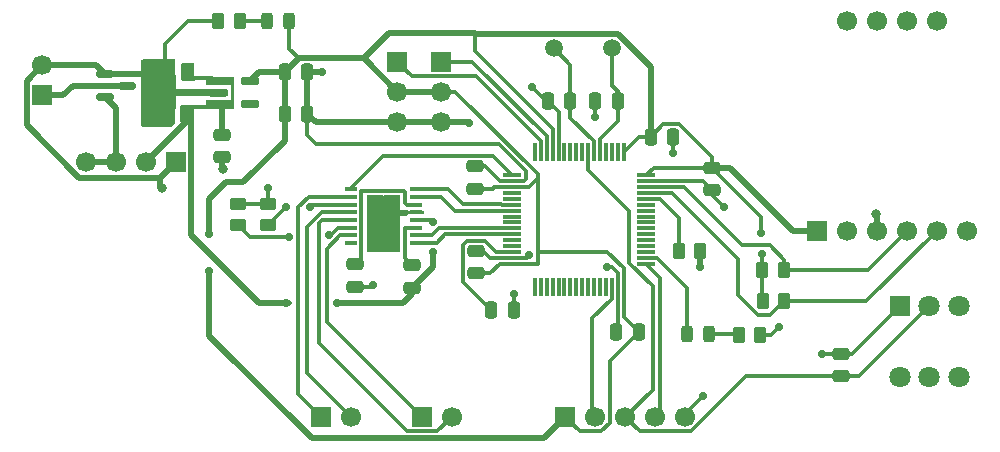
<source format=gbr>
%TF.GenerationSoftware,KiCad,Pcbnew,9.0.2*%
%TF.CreationDate,2025-07-28T19:38:59-05:00*%
%TF.ProjectId,balance_bot,62616c61-6e63-4655-9f62-6f742e6b6963,rev?*%
%TF.SameCoordinates,Original*%
%TF.FileFunction,Copper,L1,Top*%
%TF.FilePolarity,Positive*%
%FSLAX46Y46*%
G04 Gerber Fmt 4.6, Leading zero omitted, Abs format (unit mm)*
G04 Created by KiCad (PCBNEW 9.0.2) date 2025-07-28 19:38:59*
%MOMM*%
%LPD*%
G01*
G04 APERTURE LIST*
G04 Aperture macros list*
%AMRoundRect*
0 Rectangle with rounded corners*
0 $1 Rounding radius*
0 $2 $3 $4 $5 $6 $7 $8 $9 X,Y pos of 4 corners*
0 Add a 4 corners polygon primitive as box body*
4,1,4,$2,$3,$4,$5,$6,$7,$8,$9,$2,$3,0*
0 Add four circle primitives for the rounded corners*
1,1,$1+$1,$2,$3*
1,1,$1+$1,$4,$5*
1,1,$1+$1,$6,$7*
1,1,$1+$1,$8,$9*
0 Add four rect primitives between the rounded corners*
20,1,$1+$1,$2,$3,$4,$5,0*
20,1,$1+$1,$4,$5,$6,$7,0*
20,1,$1+$1,$6,$7,$8,$9,0*
20,1,$1+$1,$8,$9,$2,$3,0*%
G04 Aperture macros list end*
%TA.AperFunction,SMDPad,CuDef*%
%ADD10RoundRect,0.150000X-0.587500X-0.150000X0.587500X-0.150000X0.587500X0.150000X-0.587500X0.150000X0*%
%TD*%
%TA.AperFunction,SMDPad,CuDef*%
%ADD11RoundRect,0.250000X-0.475000X0.250000X-0.475000X-0.250000X0.475000X-0.250000X0.475000X0.250000X0*%
%TD*%
%TA.AperFunction,SMDPad,CuDef*%
%ADD12R,1.050000X0.450000*%
%TD*%
%TA.AperFunction,SMDPad,CuDef*%
%ADD13R,1.470000X0.895000*%
%TD*%
%TA.AperFunction,ComponentPad*%
%ADD14R,1.700000X1.700000*%
%TD*%
%TA.AperFunction,ComponentPad*%
%ADD15C,1.700000*%
%TD*%
%TA.AperFunction,SMDPad,CuDef*%
%ADD16RoundRect,0.250000X0.262500X0.450000X-0.262500X0.450000X-0.262500X-0.450000X0.262500X-0.450000X0*%
%TD*%
%TA.AperFunction,SMDPad,CuDef*%
%ADD17RoundRect,0.250000X0.475000X-0.250000X0.475000X0.250000X-0.475000X0.250000X-0.475000X-0.250000X0*%
%TD*%
%TA.AperFunction,SMDPad,CuDef*%
%ADD18RoundRect,0.250000X-0.250000X-0.475000X0.250000X-0.475000X0.250000X0.475000X-0.250000X0.475000X0*%
%TD*%
%TA.AperFunction,SMDPad,CuDef*%
%ADD19RoundRect,0.250000X0.250000X0.475000X-0.250000X0.475000X-0.250000X-0.475000X0.250000X-0.475000X0*%
%TD*%
%TA.AperFunction,SMDPad,CuDef*%
%ADD20RoundRect,0.250000X0.450000X-0.262500X0.450000X0.262500X-0.450000X0.262500X-0.450000X-0.262500X0*%
%TD*%
%TA.AperFunction,SMDPad,CuDef*%
%ADD21RoundRect,0.162500X-0.617500X-0.162500X0.617500X-0.162500X0.617500X0.162500X-0.617500X0.162500X0*%
%TD*%
%TA.AperFunction,SMDPad,CuDef*%
%ADD22RoundRect,0.250000X-0.262500X-0.450000X0.262500X-0.450000X0.262500X0.450000X-0.262500X0.450000X0*%
%TD*%
%TA.AperFunction,SMDPad,CuDef*%
%ADD23RoundRect,0.243750X-0.243750X-0.456250X0.243750X-0.456250X0.243750X0.456250X-0.243750X0.456250X0*%
%TD*%
%TA.AperFunction,ComponentPad*%
%ADD24R,1.800000X1.800000*%
%TD*%
%TA.AperFunction,ComponentPad*%
%ADD25C,1.800000*%
%TD*%
%TA.AperFunction,SMDPad,CuDef*%
%ADD26RoundRect,0.075000X-0.075000X0.700000X-0.075000X-0.700000X0.075000X-0.700000X0.075000X0.700000X0*%
%TD*%
%TA.AperFunction,SMDPad,CuDef*%
%ADD27RoundRect,0.075000X-0.700000X0.075000X-0.700000X-0.075000X0.700000X-0.075000X0.700000X0.075000X0*%
%TD*%
%TA.AperFunction,ComponentPad*%
%ADD28C,1.500000*%
%TD*%
%TA.AperFunction,SMDPad,CuDef*%
%ADD29RoundRect,0.243750X0.243750X0.456250X-0.243750X0.456250X-0.243750X-0.456250X0.243750X-0.456250X0*%
%TD*%
%TA.AperFunction,ViaPad*%
%ADD30C,0.800000*%
%TD*%
%TA.AperFunction,ViaPad*%
%ADD31C,0.700000*%
%TD*%
%TA.AperFunction,Conductor*%
%ADD32C,0.500000*%
%TD*%
%TA.AperFunction,Conductor*%
%ADD33C,0.300000*%
%TD*%
G04 APERTURE END LIST*
D10*
%TO.P,Q1,1,D*%
%TO.N,/V+*%
X109937500Y-88500000D03*
%TO.P,Q1,2,G*%
%TO.N,GND*%
X108062500Y-87550000D03*
%TO.P,Q1,3,S*%
%TO.N,/VIN*%
X108062500Y-89450000D03*
%TD*%
D11*
%TO.P,C16,1*%
%TO.N,+5V*%
X118033800Y-92674400D03*
%TO.P,C16,2*%
%TO.N,GND*%
X118033800Y-94574400D03*
%TD*%
D12*
%TO.P,U4,1,~{SLEEP}*%
%TO.N,/M_NSLEEP*%
X128890000Y-97280000D03*
%TO.P,U4,2,AOUT1*%
%TO.N,Net-(J6-Pin_1)*%
X128890000Y-97930000D03*
%TO.P,U4,3,AISEN*%
%TO.N,Net-(U4-AISEN)*%
X128890000Y-98580000D03*
%TO.P,U4,4,AOUT2*%
%TO.N,Net-(J6-Pin_2)*%
X128890000Y-99230000D03*
%TO.P,U4,5,BOUT2*%
%TO.N,Net-(J5-Pin_2)*%
X128890000Y-99880000D03*
%TO.P,U4,6,BISEN*%
%TO.N,Net-(U4-BISEN)*%
X128890000Y-100530000D03*
%TO.P,U4,7,BOUT1*%
%TO.N,Net-(J5-Pin_1)*%
X128890000Y-101180000D03*
%TO.P,U4,8,~{FAULT}*%
%TO.N,unconnected-(U4-~{FAULT}-Pad8)*%
X128890000Y-101830000D03*
%TO.P,U4,9,BIN1*%
%TO.N,/MR_CHB*%
X134440000Y-101830000D03*
%TO.P,U4,10,BIN2*%
%TO.N,/MR_CHA*%
X134440000Y-101180000D03*
%TO.P,U4,11,VCP*%
%TO.N,Net-(U4-VCP)*%
X134440000Y-100530000D03*
%TO.P,U4,12,VM*%
%TO.N,+5V*%
X134440000Y-99880000D03*
%TO.P,U4,13,GND*%
%TO.N,GND*%
X134440000Y-99230000D03*
%TO.P,U4,14,VINT*%
%TO.N,Net-(U4-VINT)*%
X134440000Y-98580000D03*
%TO.P,U4,15,AIN2*%
%TO.N,/ML_CHB*%
X134440000Y-97930000D03*
%TO.P,U4,16,AIN1*%
%TO.N,/ML_CHA*%
X134440000Y-97280000D03*
D13*
%TO.P,U4,17,GND*%
%TO.N,GND*%
X130930000Y-98212500D03*
X130930000Y-99107500D03*
X130930000Y-100002500D03*
X130930000Y-100897500D03*
X132400000Y-98212500D03*
X132400000Y-99107500D03*
X132400000Y-100002500D03*
X132400000Y-100897500D03*
%TD*%
D14*
%TO.P,J5,1,Pin_1*%
%TO.N,Net-(J5-Pin_1)*%
X134894000Y-116561000D03*
D15*
%TO.P,J5,2,Pin_2*%
%TO.N,Net-(J5-Pin_2)*%
X137434000Y-116561000D03*
%TD*%
D16*
%TO.P,R7,1*%
%TO.N,GND*%
X163576000Y-109601000D03*
%TO.P,R7,2*%
%TO.N,Net-(D2-K)*%
X161751000Y-109601000D03*
%TD*%
D17*
%TO.P,C1,1*%
%TO.N,/NRST*%
X170408600Y-113116400D03*
%TO.P,C1,2*%
%TO.N,GND*%
X170408600Y-111216400D03*
%TD*%
D18*
%TO.P,C13,1*%
%TO.N,+3.3V*%
X123322000Y-87376000D03*
%TO.P,C13,2*%
%TO.N,GND*%
X125222000Y-87376000D03*
%TD*%
D19*
%TO.P,C11,1*%
%TO.N,+5V*%
X115062000Y-87376000D03*
%TO.P,C11,2*%
%TO.N,GND*%
X113162000Y-87376000D03*
%TD*%
D20*
%TO.P,R5,1*%
%TO.N,Net-(U4-BISEN)*%
X119380000Y-100330000D03*
%TO.P,R5,2*%
%TO.N,GND*%
X119380000Y-98505000D03*
%TD*%
D21*
%TO.P,U6,1,VIN*%
%TO.N,+5V*%
X117696000Y-88138000D03*
%TO.P,U6,2,GND*%
%TO.N,GND*%
X117696000Y-89088000D03*
%TO.P,U6,3,EN*%
%TO.N,+5V*%
X117696000Y-90038000D03*
%TO.P,U6,4,NC*%
%TO.N,unconnected-(U6-NC-Pad4)*%
X120396000Y-90038000D03*
%TO.P,U6,5,VOUT*%
%TO.N,+3.3V*%
X120396000Y-88138000D03*
%TD*%
D22*
%TO.P,R3,1*%
%TO.N,+3.3V*%
X163757600Y-104089200D03*
%TO.P,R3,2*%
%TO.N,/I2C1_SDA*%
X165582600Y-104089200D03*
%TD*%
%TO.P,R2,1*%
%TO.N,+3.3V*%
X163781100Y-106756200D03*
%TO.P,R2,2*%
%TO.N,/I2C1_SCL*%
X165606100Y-106756200D03*
%TD*%
D11*
%TO.P,C4,1*%
%TO.N,+3.3V*%
X159500000Y-95440000D03*
%TO.P,C4,2*%
%TO.N,GND*%
X159500000Y-97340000D03*
%TD*%
D23*
%TO.P,D1,1,K*%
%TO.N,Net-(D1-K)*%
X121823000Y-83058000D03*
%TO.P,D1,2,A*%
%TO.N,+3.3V*%
X123698000Y-83058000D03*
%TD*%
D14*
%TO.P,J4,1,Pin_1*%
%TO.N,/V+*%
X102768400Y-89336800D03*
D15*
%TO.P,J4,2,Pin_2*%
%TO.N,GND*%
X102768400Y-86796800D03*
%TD*%
D19*
%TO.P,C9,1*%
%TO.N,/HSE_OUT*%
X147500000Y-89840000D03*
%TO.P,C9,2*%
%TO.N,GND*%
X145600000Y-89840000D03*
%TD*%
%TO.P,C8,1*%
%TO.N,/HSE_IN*%
X151500000Y-89840000D03*
%TO.P,C8,2*%
%TO.N,GND*%
X149600000Y-89840000D03*
%TD*%
%TO.P,C5,1*%
%TO.N,+3.3V*%
X153263600Y-109397800D03*
%TO.P,C5,2*%
%TO.N,GND*%
X151363600Y-109397800D03*
%TD*%
D20*
%TO.P,R1,1*%
%TO.N,Net-(U4-AISEN)*%
X121920000Y-100330000D03*
%TO.P,R1,2*%
%TO.N,GND*%
X121920000Y-98505000D03*
%TD*%
D14*
%TO.P,J2,1,Pin_1*%
%TO.N,/ENCODER_A*%
X136500000Y-86500000D03*
D15*
%TO.P,J2,2,Pin_2*%
%TO.N,+3.3V*%
X136500000Y-89040000D03*
%TO.P,J2,3,Pin_3*%
%TO.N,GND*%
X136500000Y-91580000D03*
%TD*%
D14*
%TO.P,J6,1,Pin_1*%
%TO.N,Net-(J6-Pin_1)*%
X126394000Y-116561000D03*
D15*
%TO.P,J6,2,Pin_2*%
%TO.N,Net-(J6-Pin_2)*%
X128934000Y-116561000D03*
%TD*%
D24*
%TO.P,SW1,1,1*%
%TO.N,GND*%
X175390800Y-107188000D03*
D25*
%TO.P,SW1,2,2*%
%TO.N,/NRST*%
X177890800Y-107188000D03*
%TO.P,SW1,3*%
%TO.N,N/C*%
X180390800Y-107188000D03*
%TO.P,SW1,4*%
X175390800Y-113188000D03*
%TO.P,SW1,5*%
X177890800Y-113188000D03*
%TO.P,SW1,6*%
X180390800Y-113188000D03*
%TD*%
D11*
%TO.P,C14,1*%
%TO.N,Net-(U4-VINT)*%
X129286000Y-103632000D03*
%TO.P,C14,2*%
%TO.N,GND*%
X129286000Y-105532000D03*
%TD*%
D18*
%TO.P,C12,1*%
%TO.N,+3.3V*%
X123322000Y-90876000D03*
%TO.P,C12,2*%
%TO.N,GND*%
X125222000Y-90876000D03*
%TD*%
D14*
%TO.P,J1,1,Pin_1*%
%TO.N,/ENCODER_B*%
X132842000Y-86500000D03*
D15*
%TO.P,J1,2,Pin_2*%
%TO.N,+3.3V*%
X132842000Y-89040000D03*
%TO.P,J1,3,Pin_3*%
%TO.N,GND*%
X132842000Y-91580000D03*
%TD*%
D18*
%TO.P,C2,1*%
%TO.N,Net-(U1-VCAP1)*%
X140790000Y-107500000D03*
%TO.P,C2,2*%
%TO.N,GND*%
X142690000Y-107500000D03*
%TD*%
D14*
%TO.P,U5,1,VIN*%
%TO.N,+3.3V*%
X168340000Y-100780000D03*
D15*
%TO.P,U5,2,3VO*%
%TO.N,unconnected-(U5-3VO-Pad2)*%
X170880000Y-100780000D03*
%TO.P,U5,3,GND*%
%TO.N,GND*%
X173420000Y-100780000D03*
%TO.P,U5,4,SDA*%
%TO.N,/I2C1_SDA*%
X175960000Y-100780000D03*
%TO.P,U5,5,SCL*%
%TO.N,/I2C1_SCL*%
X178500000Y-100780000D03*
%TO.P,U5,6,RST*%
%TO.N,unconnected-(U5-RST-Pad6)*%
X181040000Y-100780000D03*
%TO.P,U5,7,INT*%
%TO.N,unconnected-(U5-INT-Pad7)*%
X178500000Y-83000000D03*
%TO.P,U5,8,ADDR*%
%TO.N,unconnected-(U5-ADDR-Pad8)*%
X175960000Y-83000000D03*
%TO.P,U5,9,PS1*%
%TO.N,unconnected-(U5-PS1-Pad9)*%
X173420000Y-83000000D03*
%TO.P,U5,10,PS0*%
%TO.N,unconnected-(U5-PS0-Pad10)*%
X170880000Y-83000000D03*
%TD*%
D18*
%TO.P,C3,1*%
%TO.N,+3.3V*%
X154290000Y-92840000D03*
%TO.P,C3,2*%
%TO.N,GND*%
X156190000Y-92840000D03*
%TD*%
D16*
%TO.P,R6,1*%
%TO.N,Net-(D1-K)*%
X119483500Y-83002000D03*
%TO.P,R6,2*%
%TO.N,GND*%
X117658500Y-83002000D03*
%TD*%
D26*
%TO.P,U1,1,VBAT*%
%TO.N,+3.3V*%
X151990000Y-94165000D03*
%TO.P,U1,2,PC13*%
%TO.N,unconnected-(U1-PC13-Pad2)*%
X151490000Y-94165000D03*
%TO.P,U1,3,PC14*%
%TO.N,unconnected-(U1-PC14-Pad3)*%
X150990000Y-94165000D03*
%TO.P,U1,4,PC15*%
%TO.N,unconnected-(U1-PC15-Pad4)*%
X150490000Y-94165000D03*
%TO.P,U1,5,PH0*%
%TO.N,/HSE_IN*%
X149990000Y-94165000D03*
%TO.P,U1,6,PH1*%
%TO.N,/HSE_OUT*%
X149490000Y-94165000D03*
%TO.P,U1,7,NRST*%
%TO.N,/NRST*%
X148990000Y-94165000D03*
%TO.P,U1,8,PC0*%
%TO.N,unconnected-(U1-PC0-Pad8)*%
X148490000Y-94165000D03*
%TO.P,U1,9,PC1*%
%TO.N,unconnected-(U1-PC1-Pad9)*%
X147990000Y-94165000D03*
%TO.P,U1,10,PC2*%
%TO.N,unconnected-(U1-PC2-Pad10)*%
X147490000Y-94165000D03*
%TO.P,U1,11,PC3*%
%TO.N,unconnected-(U1-PC3-Pad11)*%
X146990000Y-94165000D03*
%TO.P,U1,12,VSSA*%
%TO.N,GND*%
X146490000Y-94165000D03*
%TO.P,U1,13,VREF+*%
%TO.N,+3.3V*%
X145990000Y-94165000D03*
%TO.P,U1,14,PA0*%
%TO.N,/ENCODER_A*%
X145490000Y-94165000D03*
%TO.P,U1,15,PA1*%
%TO.N,/ENCODER_B*%
X144990000Y-94165000D03*
%TO.P,U1,16,PA2*%
%TO.N,unconnected-(U1-PA2-Pad16)*%
X144490000Y-94165000D03*
D27*
%TO.P,U1,17,PA3*%
%TO.N,/M_NSLEEP*%
X142565000Y-96090000D03*
%TO.P,U1,18,VSS*%
%TO.N,GND*%
X142565000Y-96590000D03*
%TO.P,U1,19,VDD*%
%TO.N,+3.3V*%
X142565000Y-97090000D03*
%TO.P,U1,20,PA4*%
%TO.N,unconnected-(U1-PA4-Pad20)*%
X142565000Y-97590000D03*
%TO.P,U1,21,PA5*%
%TO.N,unconnected-(U1-PA5-Pad21)*%
X142565000Y-98090000D03*
%TO.P,U1,22,PA6*%
%TO.N,/ML_CHA*%
X142565000Y-98590000D03*
%TO.P,U1,23,PA7*%
%TO.N,/ML_CHB*%
X142565000Y-99090000D03*
%TO.P,U1,24,PC4*%
%TO.N,unconnected-(U1-PC4-Pad24)*%
X142565000Y-99590000D03*
%TO.P,U1,25,PC5*%
%TO.N,unconnected-(U1-PC5-Pad25)*%
X142565000Y-100090000D03*
%TO.P,U1,26,PB0*%
%TO.N,/MR_CHA*%
X142565000Y-100590000D03*
%TO.P,U1,27,PB1*%
%TO.N,/MR_CHB*%
X142565000Y-101090000D03*
%TO.P,U1,28,PB2*%
%TO.N,unconnected-(U1-PB2-Pad28)*%
X142565000Y-101590000D03*
%TO.P,U1,29,PB10*%
%TO.N,unconnected-(U1-PB10-Pad29)*%
X142565000Y-102090000D03*
%TO.P,U1,30,VCAP1*%
%TO.N,Net-(U1-VCAP1)*%
X142565000Y-102590000D03*
%TO.P,U1,31,VSS*%
%TO.N,GND*%
X142565000Y-103090000D03*
%TO.P,U1,32,VDD*%
%TO.N,+3.3V*%
X142565000Y-103590000D03*
D26*
%TO.P,U1,33,PB12*%
%TO.N,unconnected-(U1-PB12-Pad33)*%
X144490000Y-105515000D03*
%TO.P,U1,34,PB13*%
%TO.N,unconnected-(U1-PB13-Pad34)*%
X144990000Y-105515000D03*
%TO.P,U1,35,PB14*%
%TO.N,unconnected-(U1-PB14-Pad35)*%
X145490000Y-105515000D03*
%TO.P,U1,36,PB15*%
%TO.N,unconnected-(U1-PB15-Pad36)*%
X145990000Y-105515000D03*
%TO.P,U1,37,PC6*%
%TO.N,unconnected-(U1-PC6-Pad37)*%
X146490000Y-105515000D03*
%TO.P,U1,38,PC7*%
%TO.N,unconnected-(U1-PC7-Pad38)*%
X146990000Y-105515000D03*
%TO.P,U1,39,PC8*%
%TO.N,unconnected-(U1-PC8-Pad39)*%
X147490000Y-105515000D03*
%TO.P,U1,40,PC9*%
%TO.N,unconnected-(U1-PC9-Pad40)*%
X147990000Y-105515000D03*
%TO.P,U1,41,PA8*%
%TO.N,unconnected-(U1-PA8-Pad41)*%
X148490000Y-105515000D03*
%TO.P,U1,42,PA9*%
%TO.N,unconnected-(U1-PA9-Pad42)*%
X148990000Y-105515000D03*
%TO.P,U1,43,PA10*%
%TO.N,unconnected-(U1-PA10-Pad43)*%
X149490000Y-105515000D03*
%TO.P,U1,44,PA11*%
%TO.N,unconnected-(U1-PA11-Pad44)*%
X149990000Y-105515000D03*
%TO.P,U1,45,PA12*%
%TO.N,unconnected-(U1-PA12-Pad45)*%
X150490000Y-105515000D03*
%TO.P,U1,46,PA13*%
%TO.N,/SWDIO*%
X150990000Y-105515000D03*
%TO.P,U1,47,VSS*%
%TO.N,GND*%
X151490000Y-105515000D03*
%TO.P,U1,48,VDD*%
%TO.N,+3.3V*%
X151990000Y-105515000D03*
D27*
%TO.P,U1,49,PA14*%
%TO.N,/SWCLK*%
X153915000Y-103590000D03*
%TO.P,U1,50,PA15*%
%TO.N,Net-(D2-A)*%
X153915000Y-103090000D03*
%TO.P,U1,51,PC10*%
%TO.N,unconnected-(U1-PC10-Pad51)*%
X153915000Y-102590000D03*
%TO.P,U1,52,PC11*%
%TO.N,unconnected-(U1-PC11-Pad52)*%
X153915000Y-102090000D03*
%TO.P,U1,53,PC12*%
%TO.N,unconnected-(U1-PC12-Pad53)*%
X153915000Y-101590000D03*
%TO.P,U1,54,PD2*%
%TO.N,unconnected-(U1-PD2-Pad54)*%
X153915000Y-101090000D03*
%TO.P,U1,55,PB3*%
%TO.N,unconnected-(U1-PB3-Pad55)*%
X153915000Y-100590000D03*
%TO.P,U1,56,PB4*%
%TO.N,unconnected-(U1-PB4-Pad56)*%
X153915000Y-100090000D03*
%TO.P,U1,57,PB5*%
%TO.N,unconnected-(U1-PB5-Pad57)*%
X153915000Y-99590000D03*
%TO.P,U1,58,PB6*%
%TO.N,unconnected-(U1-PB6-Pad58)*%
X153915000Y-99090000D03*
%TO.P,U1,59,PB7*%
%TO.N,unconnected-(U1-PB7-Pad59)*%
X153915000Y-98590000D03*
%TO.P,U1,60,BOOT0*%
%TO.N,/BOOT*%
X153915000Y-98090000D03*
%TO.P,U1,61,PB8*%
%TO.N,/I2C1_SCL*%
X153915000Y-97590000D03*
%TO.P,U1,62,PB9*%
%TO.N,/I2C1_SDA*%
X153915000Y-97090000D03*
%TO.P,U1,63,VSS*%
%TO.N,GND*%
X153915000Y-96590000D03*
%TO.P,U1,64,VDD*%
%TO.N,+3.3V*%
X153915000Y-96090000D03*
%TD*%
D14*
%TO.P,U2,1,GND*%
%TO.N,GND*%
X114080000Y-95000000D03*
D15*
%TO.P,U2,2,5V*%
%TO.N,+5V*%
X111540000Y-95000000D03*
%TO.P,U2,3,VIN*%
%TO.N,/VIN*%
X109000000Y-95000000D03*
%TO.P,U2,4,EN*%
X106460000Y-95000000D03*
%TD*%
D28*
%TO.P,Y1,1,1*%
%TO.N,/HSE_IN*%
X151000000Y-85340000D03*
%TO.P,Y1,2,2*%
%TO.N,/HSE_OUT*%
X146120000Y-85340000D03*
%TD*%
D14*
%TO.P,J3,1,Pin_1*%
%TO.N,+3.3V*%
X147066000Y-116586000D03*
D15*
%TO.P,J3,2,Pin_2*%
%TO.N,/SWDIO*%
X149606000Y-116586000D03*
%TO.P,J3,3,Pin_3*%
%TO.N,/NRST*%
X152146000Y-116586000D03*
%TO.P,J3,4,Pin_4*%
%TO.N,/SWCLK*%
X154686000Y-116586000D03*
%TO.P,J3,5,Pin_5*%
%TO.N,GND*%
X157226000Y-116586000D03*
%TD*%
D22*
%TO.P,R4,1*%
%TO.N,/BOOT*%
X156675000Y-102500000D03*
%TO.P,R4,2*%
%TO.N,GND*%
X158500000Y-102500000D03*
%TD*%
D19*
%TO.P,C10,1*%
%TO.N,+5V*%
X115012000Y-90876000D03*
%TO.P,C10,2*%
%TO.N,GND*%
X113112000Y-90876000D03*
%TD*%
D17*
%TO.P,C7,1*%
%TO.N,+3.3V*%
X139446000Y-97216000D03*
%TO.P,C7,2*%
%TO.N,GND*%
X139446000Y-95316000D03*
%TD*%
%TO.P,C6,1*%
%TO.N,+3.3V*%
X139500000Y-104400000D03*
%TO.P,C6,2*%
%TO.N,GND*%
X139500000Y-102500000D03*
%TD*%
%TO.P,C15,1*%
%TO.N,+5V*%
X134112000Y-105598000D03*
%TO.P,C15,2*%
%TO.N,Net-(U4-VCP)*%
X134112000Y-103698000D03*
%TD*%
D29*
%TO.P,D2,1,K*%
%TO.N,Net-(D2-K)*%
X159207200Y-109575600D03*
%TO.P,D2,2,A*%
%TO.N,Net-(D2-A)*%
X157332200Y-109575600D03*
%TD*%
D30*
%TO.N,GND*%
X173380400Y-99415600D03*
X112877600Y-97205800D03*
X118059200Y-95580200D03*
D31*
X132334000Y-102108000D03*
X142748000Y-106172000D03*
X121920000Y-97131500D03*
X130810000Y-105410000D03*
X168808400Y-111226600D03*
X150622000Y-103886000D03*
X144272000Y-88646000D03*
X111810800Y-89763600D03*
X130810000Y-102108000D03*
X138938000Y-91694000D03*
X144018000Y-102870000D03*
X111810800Y-86918800D03*
X158750000Y-114808000D03*
X156210000Y-94234000D03*
X158496000Y-103886000D03*
X165176200Y-108915200D03*
X111810800Y-88519000D03*
X126492000Y-87376000D03*
X160528000Y-98806000D03*
X149606000Y-91186000D03*
X111810800Y-91008200D03*
%TO.N,+3.3V*%
X116916200Y-104216200D03*
X116916200Y-101092000D03*
X163677600Y-102731800D03*
X163652200Y-100965000D03*
%TO.N,+5V*%
X127762000Y-106934000D03*
X135890000Y-100076000D03*
X135890000Y-102616000D03*
X123444000Y-106934000D03*
%TO.N,Net-(U4-AISEN)*%
X123444000Y-98806000D03*
X125476000Y-98806000D03*
%TO.N,Net-(U4-BISEN)*%
X123698000Y-101346000D03*
X127047275Y-101139275D03*
%TD*%
D32*
%TO.N,+5V*%
X118033800Y-90375800D02*
X117696000Y-90038000D01*
X118033800Y-92674400D02*
X118033800Y-90375800D01*
%TO.N,GND*%
X173420000Y-99455200D02*
X173380400Y-99415600D01*
X173420000Y-100780000D02*
X173420000Y-99455200D01*
X112779000Y-97107200D02*
X112877600Y-97205800D01*
X112779000Y-96301000D02*
X112779000Y-97107200D01*
X118033800Y-95554800D02*
X118059200Y-95580200D01*
X118033800Y-94574400D02*
X118033800Y-95554800D01*
%TO.N,+3.3V*%
X123322000Y-93187600D02*
X123322000Y-90876000D01*
X118308475Y-96697800D02*
X119811800Y-96697800D01*
X116916200Y-98090075D02*
X118308475Y-96697800D01*
X119811800Y-96697800D02*
X123322000Y-93187600D01*
X116916200Y-101092000D02*
X116916200Y-98090075D01*
D33*
X163652200Y-99592200D02*
X159500000Y-95440000D01*
X163652200Y-100965000D02*
X163652200Y-99592200D01*
D32*
X160997400Y-95440000D02*
X159500000Y-95440000D01*
X166337400Y-100780000D02*
X160997400Y-95440000D01*
X168340000Y-100780000D02*
X166337400Y-100780000D01*
D33*
%TO.N,/NRST*%
X171962400Y-113116400D02*
X170408600Y-113116400D01*
X162394071Y-113116400D02*
X170408600Y-113116400D01*
X148990000Y-95650000D02*
X148990000Y-94165000D01*
X152146000Y-116586000D02*
X154457400Y-114274600D01*
X157723471Y-117787000D02*
X162394071Y-113116400D01*
X154457400Y-105511934D02*
X152491000Y-103545534D01*
X154457400Y-114274600D02*
X154457400Y-105511934D01*
X152146000Y-116586000D02*
X153347000Y-117787000D01*
X153347000Y-117787000D02*
X157723471Y-117787000D01*
X152491000Y-99151000D02*
X148990000Y-95650000D01*
X177890800Y-107188000D02*
X171962400Y-113116400D01*
X152491000Y-103545534D02*
X152491000Y-99151000D01*
%TO.N,GND*%
X143764000Y-95758000D02*
X141478000Y-93472000D01*
X157226000Y-116332000D02*
X158750000Y-114808000D01*
D32*
X125926000Y-91580000D02*
X125222000Y-90876000D01*
D33*
X145466000Y-89840000D02*
X145600000Y-89840000D01*
X143798000Y-103090000D02*
X144018000Y-102870000D01*
D32*
X101467400Y-91847292D02*
X105921108Y-96301000D01*
D33*
X142690000Y-107500000D02*
X142690000Y-106230000D01*
X146490000Y-90730000D02*
X145600000Y-89840000D01*
D32*
X158500000Y-102500000D02*
X158500000Y-103882000D01*
D33*
X142565000Y-103090000D02*
X143798000Y-103090000D01*
X141548000Y-96590000D02*
X140274000Y-95316000D01*
D32*
X102768400Y-86796800D02*
X101467400Y-88097800D01*
D33*
X144272000Y-88646000D02*
X145466000Y-89840000D01*
X163576000Y-109601000D02*
X164490400Y-109601000D01*
X157226000Y-116586000D02*
X157226000Y-116332000D01*
X151490000Y-109271400D02*
X151363600Y-109397800D01*
X146490000Y-94165000D02*
X146490000Y-90730000D01*
D32*
X101467400Y-88097800D02*
X101467400Y-91847292D01*
D33*
X156190000Y-94214000D02*
X156210000Y-94234000D01*
D32*
X108062500Y-87550000D02*
X111810800Y-87550000D01*
D33*
X153915000Y-96590000D02*
X158750000Y-96590000D01*
D32*
X102768400Y-86796800D02*
X107309300Y-86796800D01*
D33*
X140092000Y-102500000D02*
X139500000Y-102500000D01*
X142565000Y-103090000D02*
X140750000Y-103090000D01*
X125984000Y-93472000D02*
X125222000Y-92710000D01*
D32*
X130864000Y-102054000D02*
X130810000Y-102108000D01*
X125222000Y-87376000D02*
X126492000Y-87376000D01*
D33*
X151490000Y-104390000D02*
X151490000Y-105515000D01*
X129286000Y-105532000D02*
X130688000Y-105532000D01*
D32*
X112988000Y-87550000D02*
X113162000Y-87376000D01*
D33*
X149600000Y-89840000D02*
X149600000Y-91180000D01*
X121920000Y-98505000D02*
X121920000Y-97131500D01*
X175390800Y-107188000D02*
X171362400Y-111216400D01*
D32*
X107309300Y-86796800D02*
X108062500Y-87550000D01*
D33*
X156190000Y-92840000D02*
X156190000Y-94214000D01*
X149600000Y-91180000D02*
X149606000Y-91186000D01*
X140716000Y-103124000D02*
X140092000Y-102500000D01*
X158750000Y-96590000D02*
X159500000Y-97340000D01*
X164490400Y-109601000D02*
X165176200Y-108915200D01*
D32*
X105921108Y-96301000D02*
X112779000Y-96301000D01*
X136500000Y-91580000D02*
X138824000Y-91580000D01*
D33*
X113162000Y-84958000D02*
X113162000Y-87376000D01*
X171362400Y-111216400D02*
X170408600Y-111216400D01*
X143764000Y-96411956D02*
X143764000Y-95758000D01*
X115118000Y-83002000D02*
X113162000Y-84958000D01*
X142565000Y-96590000D02*
X141548000Y-96590000D01*
X117658500Y-83002000D02*
X115118000Y-83002000D01*
X141478000Y-93472000D02*
X125984000Y-93472000D01*
D32*
X158500000Y-103882000D02*
X158496000Y-103886000D01*
D33*
X142690000Y-106230000D02*
X142748000Y-106172000D01*
X125222000Y-92710000D02*
X125222000Y-90876000D01*
D32*
X136500000Y-91580000D02*
X132842000Y-91580000D01*
D33*
X130688000Y-105532000D02*
X130810000Y-105410000D01*
D32*
X111810800Y-87550000D02*
X112988000Y-87550000D01*
D33*
X143585956Y-96590000D02*
X143764000Y-96411956D01*
X170408600Y-111216400D02*
X168818600Y-111216400D01*
X150622000Y-103886000D02*
X150986000Y-103886000D01*
X140750000Y-103090000D02*
X140716000Y-103124000D01*
X150986000Y-103886000D02*
X151490000Y-104390000D01*
D32*
X112779000Y-96301000D02*
X114080000Y-95000000D01*
D33*
X142565000Y-96590000D02*
X143585956Y-96590000D01*
X151490000Y-105515000D02*
X151490000Y-109271400D01*
X159500000Y-97340000D02*
X159500000Y-97778000D01*
D32*
X125222000Y-87376000D02*
X125222000Y-90876000D01*
D33*
X159500000Y-97778000D02*
X160528000Y-98806000D01*
X119380000Y-98505000D02*
X121920000Y-98505000D01*
D32*
X132842000Y-91580000D02*
X125926000Y-91580000D01*
X138824000Y-91580000D02*
X138938000Y-91694000D01*
D33*
X140274000Y-95316000D02*
X139446000Y-95316000D01*
X168818600Y-111216400D02*
X168808400Y-111226600D01*
%TO.N,Net-(U1-VCAP1)*%
X138769130Y-101649000D02*
X140284000Y-101649000D01*
X141225000Y-102590000D02*
X142565000Y-102590000D01*
X140790000Y-107500000D02*
X138424000Y-105134000D01*
X138424000Y-105134000D02*
X138424000Y-101994130D01*
X140284000Y-101649000D02*
X141225000Y-102590000D01*
X138424000Y-101994130D02*
X138769130Y-101649000D01*
%TO.N,+3.3V*%
X163677600Y-102731800D02*
X163677600Y-103062000D01*
X148267000Y-117787000D02*
X150103471Y-117787000D01*
X144741733Y-96027213D02*
X137754520Y-89040000D01*
D32*
X130002000Y-86200000D02*
X132128000Y-84074000D01*
D33*
X145990000Y-94165000D02*
X145990000Y-92142000D01*
X156695870Y-91764000D02*
X155366000Y-91764000D01*
X141520000Y-103590000D02*
X142565000Y-103590000D01*
D32*
X124498000Y-86200000D02*
X130002000Y-86200000D01*
X116916200Y-104216200D02*
X116916200Y-109685200D01*
D33*
X140710000Y-104400000D02*
X141520000Y-103590000D01*
X150103471Y-117787000D02*
X150807000Y-117083471D01*
D32*
X121158000Y-87376000D02*
X120396000Y-88138000D01*
D33*
X154290000Y-92840000D02*
X153315000Y-92840000D01*
X137754520Y-89040000D02*
X136500000Y-89040000D01*
X123698000Y-85400000D02*
X124498000Y-86200000D01*
X147066000Y-116586000D02*
X148267000Y-117787000D01*
X140906000Y-97216000D02*
X139446000Y-97216000D01*
D32*
X151497471Y-84139000D02*
X154290000Y-86931529D01*
D33*
X153315000Y-92840000D02*
X151990000Y-94165000D01*
D32*
X139381000Y-84074000D02*
X139446000Y-84139000D01*
D33*
X120650000Y-87884000D02*
X120396000Y-88138000D01*
X144780000Y-96065480D02*
X144741733Y-96027213D01*
D32*
X130002000Y-86200000D02*
X132842000Y-89040000D01*
D33*
X144741733Y-96304267D02*
X143956000Y-97090000D01*
D32*
X116916200Y-109685200D02*
X125594000Y-118363000D01*
X145289000Y-118363000D02*
X147066000Y-116586000D01*
D33*
X142565000Y-97090000D02*
X143956000Y-97090000D01*
X159500000Y-95440000D02*
X159500000Y-94568130D01*
X139446000Y-85598000D02*
X139446000Y-84139000D01*
X150622000Y-102616000D02*
X144780000Y-102616000D01*
D32*
X123322000Y-87376000D02*
X121158000Y-87376000D01*
D33*
X163757600Y-106732700D02*
X163781100Y-106756200D01*
X151990000Y-108124200D02*
X153263600Y-109397800D01*
X144780000Y-103590000D02*
X144780000Y-102616000D01*
D32*
X139446000Y-84139000D02*
X151497471Y-84139000D01*
X123322000Y-87376000D02*
X124498000Y-86200000D01*
X154290000Y-86931529D02*
X154290000Y-92840000D01*
D33*
X163757600Y-103142000D02*
X163757600Y-104089200D01*
X151990000Y-105515000D02*
X151990000Y-103984000D01*
X159500000Y-94568130D02*
X156695870Y-91764000D01*
X150807000Y-117083471D02*
X150807000Y-111854400D01*
X142565000Y-103590000D02*
X144780000Y-103590000D01*
X144741733Y-96304267D02*
X144741733Y-96027213D01*
X142565000Y-97090000D02*
X141032000Y-97090000D01*
D32*
X123322000Y-90876000D02*
X123322000Y-87376000D01*
D33*
X144780000Y-102616000D02*
X144780000Y-96065480D01*
X163677600Y-103062000D02*
X163757600Y-103142000D01*
D32*
X125594000Y-118363000D02*
X145289000Y-118363000D01*
D33*
X154565000Y-95440000D02*
X153915000Y-96090000D01*
X151990000Y-103984000D02*
X150622000Y-102616000D01*
D32*
X132842000Y-89040000D02*
X136500000Y-89040000D01*
X132128000Y-84074000D02*
X139381000Y-84074000D01*
D33*
X155366000Y-91764000D02*
X154290000Y-92840000D01*
X145990000Y-92142000D02*
X139446000Y-85598000D01*
X159500000Y-95440000D02*
X154565000Y-95440000D01*
X163757600Y-104089200D02*
X163757600Y-106732700D01*
X150807000Y-111854400D02*
X153263600Y-109397800D01*
X151990000Y-105515000D02*
X151990000Y-108124200D01*
X141032000Y-97090000D02*
X140906000Y-97216000D01*
X139500000Y-104400000D02*
X140710000Y-104400000D01*
X123698000Y-83058000D02*
X123698000Y-85400000D01*
%TO.N,/HSE_IN*%
X151000000Y-88500000D02*
X151000000Y-85340000D01*
X149990000Y-94165000D02*
X149990000Y-93010000D01*
X151500000Y-89840000D02*
X151500000Y-89000000D01*
X151500000Y-91500000D02*
X151500000Y-89840000D01*
X149990000Y-93010000D02*
X151500000Y-91500000D01*
X151500000Y-89000000D02*
X151000000Y-88500000D01*
%TO.N,/HSE_OUT*%
X147500000Y-91228520D02*
X147500000Y-89840000D01*
X149490000Y-94165000D02*
X149490000Y-93218520D01*
X147500000Y-89840000D02*
X147500000Y-86720000D01*
X147500000Y-86720000D02*
X146120000Y-85340000D01*
X149490000Y-93218520D02*
X147500000Y-91228520D01*
D32*
%TO.N,+5V*%
X135890000Y-103820000D02*
X134112000Y-105598000D01*
X133350000Y-106934000D02*
X127762000Y-106934000D01*
%TO.N,+3.3V*%
X168249600Y-100870400D02*
X168340000Y-100780000D01*
%TO.N,+5V*%
X123444000Y-106934000D02*
X123698000Y-106934000D01*
X134112000Y-105852000D02*
X134259136Y-105852000D01*
X115381000Y-101157000D02*
X115381000Y-91245000D01*
X123444000Y-106934000D02*
X121158000Y-106934000D01*
D33*
X135691500Y-99877500D02*
X135890000Y-100076000D01*
D32*
X115012000Y-91528000D02*
X115012000Y-90876000D01*
X135890000Y-102616000D02*
X135890000Y-103820000D01*
X134112000Y-105852000D02*
X134340000Y-105852000D01*
X115062000Y-90826000D02*
X115012000Y-90876000D01*
D33*
X134374000Y-99877500D02*
X135691500Y-99877500D01*
D32*
X121158000Y-106934000D02*
X115381000Y-101157000D01*
X134112000Y-105598000D02*
X134112000Y-106172000D01*
X115381000Y-91245000D02*
X115012000Y-90876000D01*
X111540000Y-95000000D02*
X115012000Y-91528000D01*
X134112000Y-106172000D02*
X133350000Y-106934000D01*
D33*
%TO.N,Net-(U4-VINT)*%
X133638000Y-98580000D02*
X134440000Y-98580000D01*
X133420000Y-97411500D02*
X133498000Y-97489500D01*
X129778000Y-103140000D02*
X129778000Y-97411500D01*
X133498000Y-97489500D02*
X133498000Y-98440000D01*
X129286000Y-103632000D02*
X129778000Y-103140000D01*
X133498000Y-98440000D02*
X133638000Y-98580000D01*
X134300000Y-98651500D02*
X134374000Y-98577500D01*
X129778000Y-97411500D02*
X133420000Y-97411500D01*
%TO.N,Net-(U4-VCP)*%
X133498000Y-100578500D02*
X133498000Y-103084000D01*
X134374000Y-100527500D02*
X133549000Y-100527500D01*
X133498000Y-103084000D02*
X134112000Y-103698000D01*
X133549000Y-100527500D02*
X133498000Y-100578500D01*
%TO.N,Net-(D1-K)*%
X119483500Y-83002000D02*
X121767000Y-83002000D01*
X121767000Y-83002000D02*
X121823000Y-83058000D01*
%TO.N,/ENCODER_A*%
X145490000Y-92801479D02*
X139188521Y-86500000D01*
X145490000Y-94165000D02*
X145490000Y-92801479D01*
X136500000Y-86500000D02*
X139188521Y-86500000D01*
%TO.N,/ENCODER_B*%
X144990000Y-93218000D02*
X139473000Y-87701000D01*
X139473000Y-87701000D02*
X134043000Y-87701000D01*
X144990000Y-94165000D02*
X144990000Y-93218000D01*
X134043000Y-87701000D02*
X132842000Y-86500000D01*
%TO.N,/SWCLK*%
X154686000Y-116586000D02*
X155092400Y-116179600D01*
X155092400Y-116179600D02*
X155092400Y-104767400D01*
X155092400Y-104767400D02*
X153915000Y-103590000D01*
%TO.N,/SWDIO*%
X149359000Y-116339000D02*
X149606000Y-116586000D01*
X149359000Y-108197000D02*
X149359000Y-116339000D01*
X150990000Y-105515000D02*
X150990000Y-106566000D01*
X150990000Y-106566000D02*
X149359000Y-108197000D01*
D32*
%TO.N,/V+*%
X104566800Y-89336800D02*
X105403600Y-88500000D01*
X102768400Y-89336800D02*
X104566800Y-89336800D01*
X105403600Y-88500000D02*
X109937500Y-88500000D01*
D33*
%TO.N,Net-(J5-Pin_1)*%
X128824000Y-101177500D02*
X127999000Y-101177500D01*
X127999000Y-101177500D02*
X126857000Y-102319500D01*
X126857000Y-102319500D02*
X126857000Y-108524000D01*
X126857000Y-108524000D02*
X134894000Y-116561000D01*
%TO.N,Net-(J5-Pin_2)*%
X128824000Y-99877500D02*
X126492000Y-99877500D01*
X136233000Y-117762000D02*
X137434000Y-116561000D01*
X126238000Y-110307000D02*
X133693000Y-117762000D01*
X133693000Y-117762000D02*
X136233000Y-117762000D01*
X126238000Y-100131500D02*
X126492000Y-99877500D01*
X126238000Y-110307000D02*
X126238000Y-100131500D01*
%TO.N,Net-(J6-Pin_2)*%
X125222000Y-100438980D02*
X125222000Y-112849000D01*
X126433480Y-99227500D02*
X125222000Y-100438980D01*
X125222000Y-112849000D02*
X128934000Y-116561000D01*
X128824000Y-99227500D02*
X126433480Y-99227500D01*
%TO.N,Net-(J6-Pin_1)*%
X124460000Y-98806000D02*
X124460000Y-114627000D01*
X128824000Y-97927500D02*
X125338500Y-97927500D01*
X125338500Y-97927500D02*
X124460000Y-98806000D01*
X124460000Y-114627000D02*
X126394000Y-116561000D01*
%TO.N,Net-(U4-AISEN)*%
X125476000Y-98806000D02*
X125704500Y-98577500D01*
X125704500Y-98577500D02*
X128824000Y-98577500D01*
X121920000Y-100330000D02*
X123444000Y-98806000D01*
%TO.N,/I2C1_SCL*%
X165606100Y-106756200D02*
X172523800Y-106756200D01*
X164412300Y-107950000D02*
X165606100Y-106756200D01*
X153915000Y-97590000D02*
X156090000Y-97590000D01*
X163405530Y-107950000D02*
X161696400Y-106240870D01*
X161696400Y-106240870D02*
X161696400Y-103196400D01*
X156090000Y-97590000D02*
X161696400Y-103196400D01*
X164412300Y-107950000D02*
X163405530Y-107950000D01*
X172523800Y-106756200D02*
X178500000Y-100780000D01*
%TO.N,/I2C1_SDA*%
X175960000Y-100780000D02*
X172650800Y-104089200D01*
X153915000Y-97090000D02*
X157110200Y-97090000D01*
X165582600Y-103251000D02*
X165582600Y-104089200D01*
X172650800Y-104089200D02*
X165582600Y-104089200D01*
X157110200Y-97090000D02*
X162052000Y-102031800D01*
X162052000Y-102031800D02*
X164363400Y-102031800D01*
X164363400Y-102031800D02*
X165582600Y-103251000D01*
%TO.N,/BOOT*%
X153915000Y-98090000D02*
X155090000Y-98090000D01*
X155090000Y-98090000D02*
X156675000Y-99675000D01*
X156675000Y-99675000D02*
X156675000Y-102500000D01*
%TO.N,Net-(U4-BISEN)*%
X120396000Y-101346000D02*
X119380000Y-100330000D01*
X123698000Y-101346000D02*
X120396000Y-101346000D01*
X127111000Y-101235000D02*
X127047275Y-101171275D01*
X127818500Y-100527500D02*
X127111000Y-101235000D01*
X127047275Y-101171275D02*
X127047275Y-101139275D01*
X128824000Y-100527500D02*
X127818500Y-100527500D01*
%TO.N,/MR_CHB*%
X142565000Y-101090000D02*
X141480000Y-101090000D01*
X136170500Y-101827500D02*
X136906000Y-101092000D01*
X141478000Y-101092000D02*
X141683466Y-101092000D01*
X141480000Y-101090000D02*
X141478000Y-101092000D01*
X134374000Y-101827500D02*
X136170500Y-101827500D01*
X136906000Y-101092000D02*
X141478000Y-101092000D01*
X141683466Y-101092000D02*
X141684466Y-101091000D01*
%TO.N,/M_NSLEEP*%
X140940000Y-94465000D02*
X131636500Y-94465000D01*
X142565000Y-96090000D02*
X140940000Y-94465000D01*
X131636500Y-94465000D02*
X128824000Y-97277500D01*
%TO.N,/ML_CHA*%
X142565000Y-98590000D02*
X141685466Y-98590000D01*
X141647466Y-98552000D02*
X141685466Y-98590000D01*
X137155500Y-97277500D02*
X138430000Y-98552000D01*
X134374000Y-97277500D02*
X137155500Y-97277500D01*
X138430000Y-98552000D02*
X141647466Y-98552000D01*
%TO.N,/MR_CHA*%
X136404000Y-100590000D02*
X142565000Y-100590000D01*
X135804500Y-101177500D02*
X136398000Y-100584000D01*
X136398000Y-100584000D02*
X136404000Y-100590000D01*
X134374000Y-101177500D02*
X135804500Y-101177500D01*
%TO.N,/ML_CHB*%
X137698000Y-99090000D02*
X136535500Y-97927500D01*
X142565000Y-99090000D02*
X137698000Y-99090000D01*
X136535500Y-97927500D02*
X134374000Y-97927500D01*
D32*
%TO.N,/VIN*%
X109000000Y-90387500D02*
X109000000Y-95000000D01*
X109000000Y-95000000D02*
X106460000Y-95000000D01*
X108062500Y-89450000D02*
X109000000Y-90387500D01*
D33*
%TO.N,Net-(D2-A)*%
X157332200Y-105627666D02*
X154794534Y-103090000D01*
X154794534Y-103090000D02*
X153915000Y-103090000D01*
X157332200Y-109575600D02*
X157332200Y-105627666D01*
%TO.N,Net-(D2-K)*%
X159207200Y-109575600D02*
X161725600Y-109575600D01*
X161725600Y-109575600D02*
X161751000Y-109601000D01*
%TD*%
%TA.AperFunction,Conductor*%
%TO.N,GND*%
G36*
X132990539Y-97881685D02*
G01*
X133036294Y-97934489D01*
X133047500Y-97986000D01*
X133047500Y-98499308D01*
X133071712Y-98589672D01*
X133078199Y-98613881D01*
X133078201Y-98613887D01*
X133079387Y-98615941D01*
X133080000Y-98618230D01*
X133081311Y-98621394D01*
X133080894Y-98621566D01*
X133096000Y-98677940D01*
X133096000Y-99060000D01*
X133722406Y-99060000D01*
X133772492Y-99070565D01*
X133845009Y-99102585D01*
X133870135Y-99105500D01*
X135004000Y-99105499D01*
X135012685Y-99108049D01*
X135021647Y-99106761D01*
X135045687Y-99117739D01*
X135071039Y-99125184D01*
X135076966Y-99132024D01*
X135085203Y-99135786D01*
X135099490Y-99158018D01*
X135116794Y-99177987D01*
X135119081Y-99188502D01*
X135122977Y-99194564D01*
X135128000Y-99229499D01*
X135128000Y-99230500D01*
X135108315Y-99297539D01*
X135055511Y-99343294D01*
X135004000Y-99354500D01*
X133870143Y-99354500D01*
X133870117Y-99354502D01*
X133845012Y-99357413D01*
X133845008Y-99357415D01*
X133742235Y-99402793D01*
X133662794Y-99482234D01*
X133657561Y-99494087D01*
X133612475Y-99547463D01*
X133545688Y-99567990D01*
X133544127Y-99568000D01*
X133096000Y-99568000D01*
X133096000Y-100340558D01*
X133080895Y-100396930D01*
X133081312Y-100397103D01*
X133080002Y-100400265D01*
X133079389Y-100402554D01*
X133078204Y-100404606D01*
X133078200Y-100404615D01*
X133071712Y-100428824D01*
X133071713Y-100428825D01*
X133047500Y-100519191D01*
X133047500Y-102492000D01*
X133027815Y-102559039D01*
X132975011Y-102604794D01*
X132923500Y-102616000D01*
X130426000Y-102616000D01*
X130358961Y-102596315D01*
X130313206Y-102543511D01*
X130302000Y-102492000D01*
X130302000Y-97986000D01*
X130321685Y-97918961D01*
X130374489Y-97873206D01*
X130426000Y-97862000D01*
X132923500Y-97862000D01*
X132990539Y-97881685D01*
G37*
%TD.AperFunction*%
%TD*%
%TA.AperFunction,Conductor*%
%TO.N,GND*%
G36*
X113988382Y-86272958D02*
G01*
X114034702Y-86325266D01*
X114046441Y-86375411D01*
X114096800Y-88798399D01*
X114096800Y-88798400D01*
X118365589Y-88773866D01*
X118432739Y-88793165D01*
X118478796Y-88845705D01*
X118490300Y-88897864D01*
X118490300Y-89259455D01*
X118470615Y-89326494D01*
X118417811Y-89372249D01*
X118367009Y-89383453D01*
X116988194Y-89391332D01*
X116970433Y-89389833D01*
X116970394Y-89390128D01*
X116967908Y-89389794D01*
X116967905Y-89389793D01*
X116967901Y-89389793D01*
X116918555Y-89385192D01*
X116918548Y-89385191D01*
X116918539Y-89385191D01*
X116791245Y-89383694D01*
X116747733Y-89386292D01*
X116747727Y-89386293D01*
X116712729Y-89390906D01*
X116709374Y-89391448D01*
X116690308Y-89393033D01*
X114071400Y-89407999D01*
X114071399Y-89408000D01*
X114047699Y-91663707D01*
X114027311Y-91730536D01*
X114011387Y-91750085D01*
X113802974Y-91958498D01*
X113741651Y-91991983D01*
X113716727Y-91994809D01*
X111300680Y-92022755D01*
X111233418Y-92003847D01*
X111187055Y-91951576D01*
X111175247Y-91899312D01*
X111174500Y-91730536D01*
X111150945Y-86407015D01*
X111170333Y-86339890D01*
X111222934Y-86293902D01*
X111273607Y-86282474D01*
X113921135Y-86253995D01*
X113988382Y-86272958D01*
G37*
%TD.AperFunction*%
%TD*%
%TA.AperFunction,Conductor*%
%TO.N,+5V*%
G36*
X115589239Y-86608285D02*
G01*
X115634994Y-86661089D01*
X115646200Y-86712600D01*
X115646200Y-87731600D01*
X118904462Y-87756098D01*
X118971352Y-87776286D01*
X119016708Y-87829432D01*
X119027489Y-87876900D01*
X119041267Y-88411547D01*
X119043759Y-88508235D01*
X119043759Y-88508236D01*
X119045959Y-88593608D01*
X119046000Y-88596802D01*
X119046000Y-90326322D01*
X119026315Y-90393361D01*
X118973511Y-90439116D01*
X118922926Y-90450319D01*
X115646200Y-90474800D01*
X115646200Y-91519200D01*
X115626515Y-91586239D01*
X115573711Y-91631994D01*
X115522200Y-91643200D01*
X114578484Y-91643200D01*
X114511445Y-91623515D01*
X114465690Y-91570711D01*
X114454501Y-91517134D01*
X114475768Y-90241134D01*
X114496567Y-90174431D01*
X114550126Y-90129563D01*
X114599751Y-90119200D01*
X116662200Y-90119200D01*
X116662200Y-89813164D01*
X116664956Y-89803776D01*
X116663678Y-89794074D01*
X116674639Y-89770800D01*
X116681885Y-89746125D01*
X116689278Y-89739718D01*
X116693449Y-89730864D01*
X116715253Y-89717211D01*
X116734689Y-89700370D01*
X116745952Y-89697989D01*
X116752668Y-89693784D01*
X116787651Y-89689173D01*
X116914961Y-89690671D01*
X116954449Y-89697619D01*
X116991451Y-89710567D01*
X116991458Y-89710567D01*
X116991460Y-89710568D01*
X117022724Y-89713500D01*
X117022728Y-89713500D01*
X118369277Y-89713500D01*
X118408065Y-89709863D01*
X118408094Y-89710181D01*
X118425171Y-89708439D01*
X118788508Y-89712714D01*
X118795799Y-89712800D01*
X118795800Y-89712800D01*
X118795800Y-88468200D01*
X118794644Y-88468186D01*
X118382662Y-88463338D01*
X118372570Y-88462808D01*
X118369278Y-88462500D01*
X118369272Y-88462500D01*
X118311994Y-88462500D01*
X118310535Y-88462491D01*
X116759341Y-88444241D01*
X116692538Y-88423770D01*
X116647407Y-88370431D01*
X116636800Y-88320250D01*
X116636800Y-88061800D01*
X114654094Y-88085688D01*
X114586822Y-88066813D01*
X114540434Y-88014564D01*
X114528600Y-87961697D01*
X114528600Y-86712600D01*
X114548285Y-86645561D01*
X114601089Y-86599806D01*
X114652600Y-86588600D01*
X115522200Y-86588600D01*
X115589239Y-86608285D01*
G37*
%TD.AperFunction*%
%TD*%
M02*

</source>
